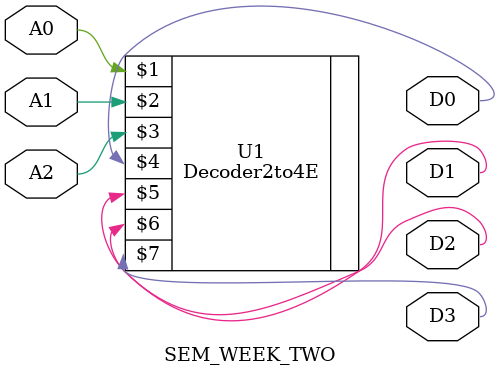
<source format=v>
module SEM_WEEK_TWO(
A0, A1, A2, D0, D1, D2, D3);

	input A0, A1, A2;
	output D0, D1, D2, D3;
	
	Decoder2to4E U1(A0, A1, A2, D0, D1, D2, D3);
endmodule
</source>
